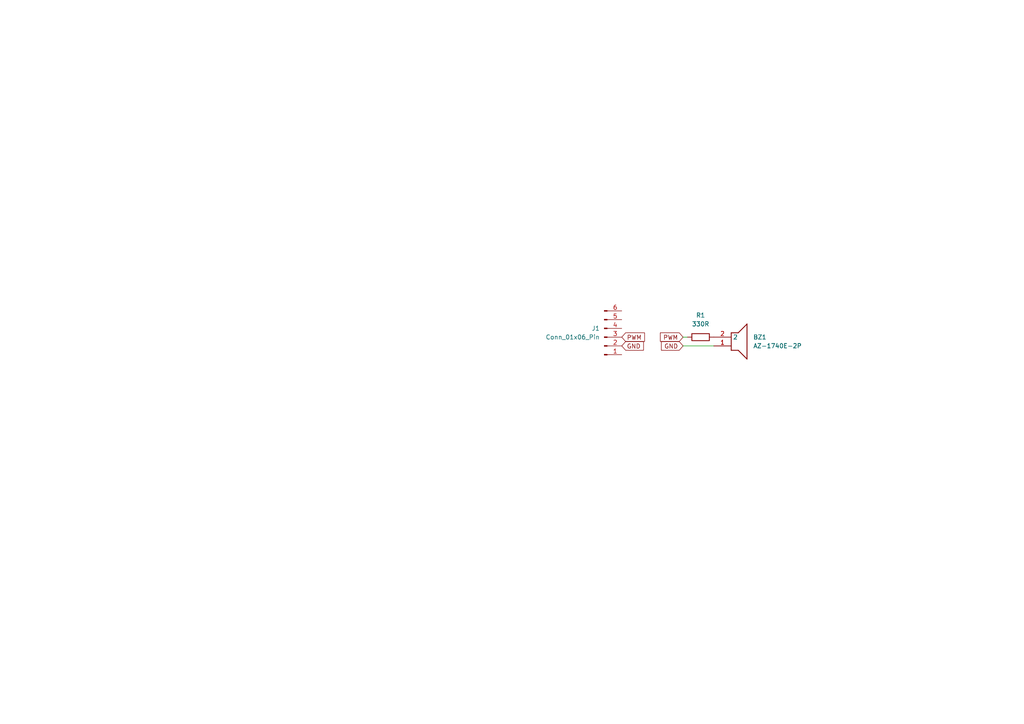
<source format=kicad_sch>
(kicad_sch (version 20250114) (generator "eeschema") (generator_version "9.0")
  (paper "A4")
  (lib_symbols
    (symbol "Connector:Conn_01x06_Pin" (pin_names (offset 1.016) (hide yes))
      (property "Reference" "J" (at 0 7.62 0))
      (property "Value" "Conn_01x06_Pin" (at 0 -10.16 0))
      (symbol "Conn_01x06_Pin_1_1"
        (rectangle (start 0.8636 5.207) (end 0 4.953) (stroke (width 0.1524)) (fill (type outline)))
        (rectangle (start 0.8636 2.667) (end 0 2.413) (stroke (width 0.1524)) (fill (type outline)))
        (rectangle (start 0.8636 0.127) (end 0 -0.127) (stroke (width 0.1524)) (fill (type outline)))
        (rectangle (start 0.8636 -2.413) (end 0 -2.667) (stroke (width 0.1524)) (fill (type outline)))
        (rectangle (start 0.8636 -4.953) (end 0 -5.207) (stroke (width 0.1524)) (fill (type outline)))
        (rectangle (start 0.8636 -7.493) (end 0 -7.747) (stroke (width 0.1524)) (fill (type outline)))
        (polyline (pts (xy 1.27 5.08) (xy 0.8636 5.08)) (stroke (width 0.1524)))
        (polyline (pts (xy 1.27 2.54) (xy 0.8636 2.54)) (stroke (width 0.1524)))
        (polyline (pts (xy 1.27 0) (xy 0.8636 0)) (stroke (width 0.1524)))
        (polyline (pts (xy 1.27 -2.54) (xy 0.8636 -2.54)) (stroke (width 0.1524)))
        (polyline (pts (xy 1.27 -5.08) (xy 0.8636 -5.08)) (stroke (width 0.1524)))
        (polyline (pts (xy 1.27 -7.62) (xy 0.8636 -7.62)) (stroke (width 0.1524)))
        (pin passive line (at 5.08 5.08 180) (length 3.81) (name "Pin_1") (number "1"))
        (pin passive line (at 5.08 2.54 180) (length 3.81) (name "Pin_2") (number "2"))
        (pin passive line (at 5.08 0 180) (length 3.81) (name "Pin_3") (number "3"))
        (pin passive line (at 5.08 -2.54 180) (length 3.81) (name "Pin_4") (number "4"))
        (pin passive line (at 5.08 -5.08 180) (length 3.81) (name "Pin_5") (number "5"))
        (pin passive line (at 5.08 -7.62 180) (length 3.81) (name "Pin_6") (number "6"))
      )
    )
    (symbol "Device:R" (pin_numbers (hide yes)) (pin_names (offset 0))
      (property "Reference" "R" (at 2.032 0 90))
      (property "Value" "R" (at 0 0 90))
      (symbol "R_0_1"
        (rectangle (start -1.016 -2.54) (end 1.016 2.54) (stroke (width 0.254)))
      )
      (symbol "R_1_1"
        (pin passive line (at 0 3.81 270) (length 1.27) (name "~") (number "1"))
        (pin passive line (at 0 -3.81 90) (length 1.27) (name "~") (number "2"))
      )
    )
    (symbol "buzzer:AZ-1720E-P-LF"
      (property "Reference" "BZ1" (at 11.43 0.0001 0))
      (property "Value" "AZ-1740E-2P" (at 11.43 -2.5399 0))
      (symbol "AZ-1720E-P-LF_1_1"
        (polyline (pts (xy 5.08 1.27) (xy 5.08 -3.81)) (stroke (width 0.254)))
        (polyline (pts (xy 5.08 1.27) (xy 7.112 1.27)) (stroke (width 0.254)))
        (polyline (pts (xy 7.112 -3.81) (xy 5.08 -3.81)) (stroke (width 0.254)))
        (polyline (pts (xy 7.112 -3.81) (xy 9.652 -6.35)) (stroke (width 0.254)))
        (polyline (pts (xy 9.652 3.81) (xy 7.112 1.27)) (stroke (width 0.254)))
        (polyline (pts (xy 9.652 3.81) (xy 9.652 -6.35)) (stroke (width 0.254)))
        (pin passive line (at 0 0 0) (length 5.08) (name "2") (number "2"))
        (pin passive line (at 0 -2.54 0) (length 5.08) (name "") (number "1"))
      )
    )
  )
  (wire (pts (xy 199.39 97.79) (xy 198.12 97.79)))
  (wire (pts (xy 198.12 100.33) (xy 207.01 100.33)))
  (global_label "PWM" (shape input) (at 180.34 97.79 0) (property "Intersheetrefs" "${INTERSHEET_REFS}" (effects (hide yes))))
  (global_label "PWM" (shape input) (at 198.12 97.79 180) (property "Intersheetrefs" "${INTERSHEET_REFS}" (effects (hide yes))))
  (global_label "GND" (shape input) (at 198.12 100.33 180) (property "Intersheetrefs" "${INTERSHEET_REFS}" (effects (hide yes))))
  (global_label "GND" (shape input) (at 180.34 100.33 0) (property "Intersheetrefs" "${INTERSHEET_REFS}" (effects (hide yes))))
  (symbol (lib_id "Connector:Conn_01x06_Pin") (at 175.26 97.79 0) (mirror x) (unit 1)
    (property "Reference" "J1" (at 173.99 95.2499 0) (effects (justify right)))
    (property "Value" "Conn_01x06_Pin" (at 173.99 97.7899 0) (effects (justify right)))
    (property "Footprint" "Connector_PinHeader_2.54mm:PinHeader_1x06_P2.54mm_Horizontal" (effects (hide yes)))
    (property "Description" "Generic connector, single row, 01x06, script generated" (effects (hide yes)))
  )
  (symbol (lib_id "buzzer:AZ-1720E-P-LF") (at 207.01 97.79 0) (unit 1)
    (property "Reference" "BZ1" (at 218.44 97.7899 0) (effects (justify left)))
    (property "Value" "AZ-1740E-2P" (at 218.44 100.3299 0) (effects (justify left)))
    (property "Footprint" "Samacsys:AZ-1740E-2P" (effects (hide yes)))
    (property "Datasheet" "https://www.mouser.com/datasheet/2/1005/2020050867529-2325031.pdf" (effects (hide yes)))
    (property "Description" "Piezo Buzzers & Audio Indicators Piezo Buzzer 4000Hz 5VAC, 80dBA" (effects (hide yes)))
    (property "Height" "7.8" (effects (hide yes)))
    (property "Manufacturer_Name" "AATC" (effects (hide yes)))
    (property "Manufacturer_Part_Number" "AZ-1720E-P-LF" (effects (hide yes)))
  )
  (symbol (lib_id "Device:R") (at 203.2 97.79 90) (unit 1)
    (property "Reference" "R1" (at 203.2 91.44 90))
    (property "Value" "330R" (at 203.2 93.98 90))
    (property "Footprint" "Resistor_THT:R_Axial_DIN0207_L6.3mm_D2.5mm_P10.16mm_Horizontal" (effects (hide yes)))
    (property "Description" "Resistor" (effects (hide yes)))
  )
)
</source>
